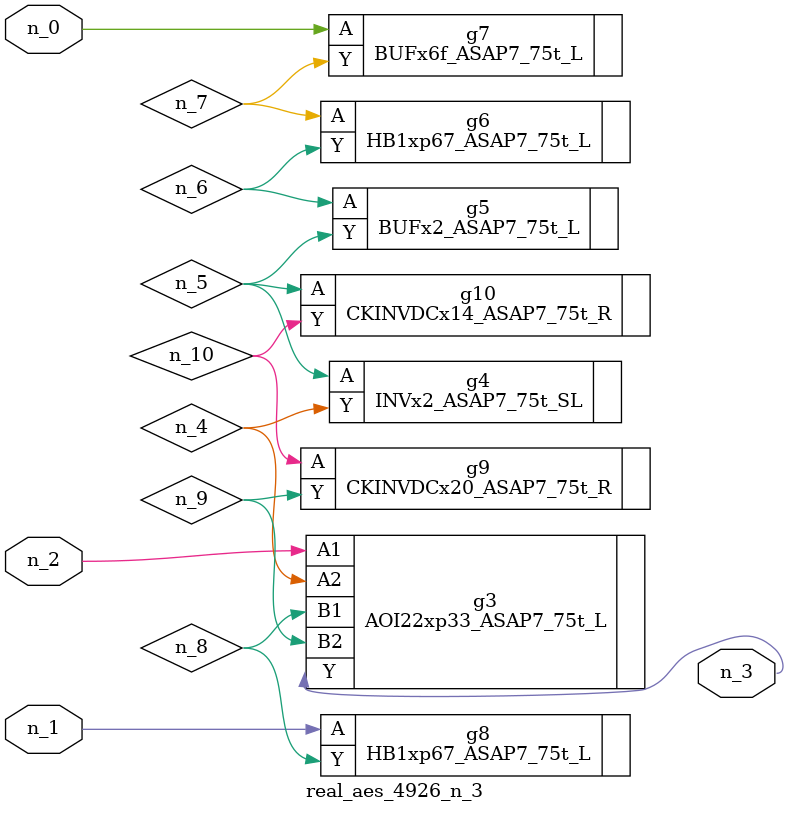
<source format=v>
module real_aes_4926_n_3 (n_0, n_2, n_1, n_3);
input n_0;
input n_2;
input n_1;
output n_3;
wire n_4;
wire n_5;
wire n_7;
wire n_8;
wire n_9;
wire n_6;
wire n_10;
BUFx6f_ASAP7_75t_L g7 ( .A(n_0), .Y(n_7) );
HB1xp67_ASAP7_75t_L g8 ( .A(n_1), .Y(n_8) );
AOI22xp33_ASAP7_75t_L g3 ( .A1(n_2), .A2(n_4), .B1(n_8), .B2(n_9), .Y(n_3) );
INVx2_ASAP7_75t_SL g4 ( .A(n_5), .Y(n_4) );
CKINVDCx14_ASAP7_75t_R g10 ( .A(n_5), .Y(n_10) );
BUFx2_ASAP7_75t_L g5 ( .A(n_6), .Y(n_5) );
HB1xp67_ASAP7_75t_L g6 ( .A(n_7), .Y(n_6) );
CKINVDCx20_ASAP7_75t_R g9 ( .A(n_10), .Y(n_9) );
endmodule
</source>
